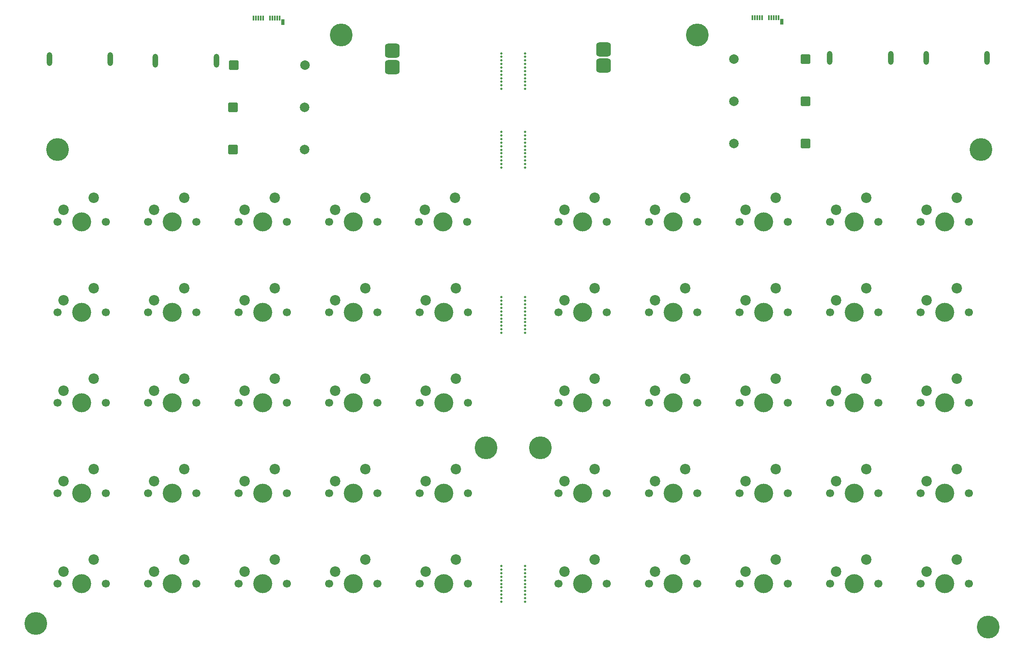
<source format=gbr>
%TF.GenerationSoftware,KiCad,Pcbnew,9.0.2*%
%TF.CreationDate,2025-10-05T12:30:13-05:00*%
%TF.ProjectId,keeb,6b656562-2e6b-4696-9361-645f70636258,rev?*%
%TF.SameCoordinates,Original*%
%TF.FileFunction,Soldermask,Bot*%
%TF.FilePolarity,Negative*%
%FSLAX46Y46*%
G04 Gerber Fmt 4.6, Leading zero omitted, Abs format (unit mm)*
G04 Created by KiCad (PCBNEW 9.0.2) date 2025-10-05 12:30:13*
%MOMM*%
%LPD*%
G01*
G04 APERTURE LIST*
G04 Aperture macros list*
%AMRoundRect*
0 Rectangle with rounded corners*
0 $1 Rounding radius*
0 $2 $3 $4 $5 $6 $7 $8 $9 X,Y pos of 4 corners*
0 Add a 4 corners polygon primitive as box body*
4,1,4,$2,$3,$4,$5,$6,$7,$8,$9,$2,$3,0*
0 Add four circle primitives for the rounded corners*
1,1,$1+$1,$2,$3*
1,1,$1+$1,$4,$5*
1,1,$1+$1,$6,$7*
1,1,$1+$1,$8,$9*
0 Add four rect primitives between the rounded corners*
20,1,$1+$1,$2,$3,$4,$5,0*
20,1,$1+$1,$4,$5,$6,$7,0*
20,1,$1+$1,$6,$7,$8,$9,0*
20,1,$1+$1,$8,$9,$2,$3,0*%
G04 Aperture macros list end*
%ADD10C,1.700000*%
%ADD11C,4.000000*%
%ADD12C,2.200000*%
%ADD13C,4.800000*%
%ADD14O,1.200000X2.900000*%
%ADD15RoundRect,0.250000X0.750000X0.750000X-0.750000X0.750000X-0.750000X-0.750000X0.750000X-0.750000X0*%
%ADD16C,2.000000*%
%ADD17RoundRect,0.250000X-0.750000X-0.750000X0.750000X-0.750000X0.750000X0.750000X-0.750000X0.750000X0*%
%ADD18C,0.500000*%
%ADD19RoundRect,0.775400X0.775400X0.775400X-0.775400X0.775400X-0.775400X-0.775400X0.775400X-0.775400X0*%
%ADD20R,0.380000X1.000000*%
%ADD21R,0.700000X1.150000*%
G04 APERTURE END LIST*
D10*
%TO.C,SW43*%
X224790000Y-91440000D03*
D11*
X229870000Y-91440000D03*
D10*
X234950000Y-91440000D03*
D12*
X232410000Y-86360000D03*
X226060000Y-88900000D03*
%TD*%
D10*
%TO.C,SW17*%
X167640000Y-129540000D03*
D11*
X172720000Y-129540000D03*
D10*
X177800000Y-129540000D03*
D12*
X175260000Y-124460000D03*
X168910000Y-127000000D03*
%TD*%
D10*
%TO.C,SW28*%
X81280000Y-129540000D03*
D11*
X86360000Y-129540000D03*
D10*
X91440000Y-129540000D03*
D12*
X88900000Y-124460000D03*
X82550000Y-127000000D03*
%TD*%
D10*
%TO.C,SW33*%
X205740000Y-91440000D03*
D11*
X210820000Y-91440000D03*
D10*
X215900000Y-91440000D03*
D12*
X213360000Y-86360000D03*
X207010000Y-88900000D03*
%TD*%
D10*
%TO.C,SW46*%
X119380000Y-110490000D03*
D11*
X124460000Y-110490000D03*
D10*
X129540000Y-110490000D03*
D12*
X127000000Y-105410000D03*
X120650000Y-107950000D03*
%TD*%
D10*
%TO.C,SW2*%
X43180000Y-72390000D03*
D11*
X48260000Y-72390000D03*
D10*
X53340000Y-72390000D03*
D12*
X50800000Y-67310000D03*
X44450000Y-69850000D03*
%TD*%
D10*
%TO.C,SW36*%
X100330000Y-110490000D03*
D11*
X105410000Y-110490000D03*
D10*
X110490000Y-110490000D03*
D12*
X107950000Y-105410000D03*
X101600000Y-107950000D03*
%TD*%
D10*
%TO.C,SW13*%
X167640000Y-91440000D03*
D11*
X172720000Y-91440000D03*
D10*
X177800000Y-91440000D03*
D12*
X175260000Y-86360000D03*
X168910000Y-88900000D03*
%TD*%
D13*
%TO.C,H2*%
X102870000Y-33020000D03*
%TD*%
D14*
%TO.C,J2*%
X54300000Y-38100000D03*
X41500000Y-38100000D03*
%TD*%
D13*
%TO.C,H3*%
X237490000Y-57150000D03*
%TD*%
D15*
%TO.C,C3*%
X200540000Y-46990000D03*
D16*
X185540000Y-46990000D03*
%TD*%
D13*
%TO.C,H8*%
X38608000Y-156972000D03*
%TD*%
D10*
%TO.C,SW44*%
X119380000Y-91440000D03*
D11*
X124460000Y-91440000D03*
D10*
X129540000Y-91440000D03*
D12*
X127000000Y-86360000D03*
X120650000Y-88900000D03*
%TD*%
D10*
%TO.C,SW47*%
X224790000Y-129540000D03*
D11*
X229870000Y-129540000D03*
D10*
X234950000Y-129540000D03*
D12*
X232410000Y-124460000D03*
X226060000Y-127000000D03*
%TD*%
D13*
%TO.C,H1*%
X177800000Y-33020000D03*
%TD*%
D10*
%TO.C,SW18*%
X62230000Y-129540000D03*
D11*
X67310000Y-129540000D03*
D10*
X72390000Y-129540000D03*
D12*
X69850000Y-124460000D03*
X63500000Y-127000000D03*
%TD*%
D10*
%TO.C,SW32*%
X100330000Y-72390000D03*
D11*
X105410000Y-72390000D03*
D10*
X110490000Y-72390000D03*
D12*
X107950000Y-67310000D03*
X101600000Y-69850000D03*
%TD*%
D17*
%TO.C,C2*%
X80130000Y-48260000D03*
D16*
X95130000Y-48260000D03*
%TD*%
D10*
%TO.C,SW5*%
X148590000Y-110490000D03*
D11*
X153670000Y-110490000D03*
D10*
X158750000Y-110490000D03*
D12*
X156210000Y-105410000D03*
X149860000Y-107950000D03*
%TD*%
D10*
%TO.C,SW26*%
X81280000Y-110490000D03*
D11*
X86360000Y-110490000D03*
D10*
X91440000Y-110490000D03*
D12*
X88900000Y-105410000D03*
X82550000Y-107950000D03*
%TD*%
D18*
%TO.C,H10*%
X136605000Y-152400000D03*
X141605000Y-152400000D03*
X136605000Y-151650000D03*
X136605000Y-151650000D03*
X141605000Y-151650000D03*
X141605000Y-151650000D03*
X136605000Y-150900000D03*
X141605000Y-150900000D03*
X136605000Y-150150000D03*
X141605000Y-150150000D03*
X136605000Y-149400000D03*
X141605000Y-149400000D03*
X136605000Y-148650000D03*
X141605000Y-148650000D03*
X136605000Y-147900000D03*
X141605000Y-147900000D03*
X136605000Y-147150000D03*
X141605000Y-147150000D03*
X136605000Y-146400000D03*
X141605000Y-146400000D03*
X136605000Y-145650000D03*
X141605000Y-145650000D03*
X136605000Y-144900000D03*
X141605000Y-144900000D03*
%TD*%
D13*
%TO.C,H7*%
X144780000Y-120015000D03*
%TD*%
D10*
%TO.C,SW37*%
X205740000Y-129540000D03*
D11*
X210820000Y-129540000D03*
D10*
X215900000Y-129540000D03*
D12*
X213360000Y-124460000D03*
X207010000Y-127000000D03*
%TD*%
D19*
%TO.C,U1*%
X158115000Y-39448500D03*
X158115000Y-36048500D03*
%TD*%
D10*
%TO.C,SW50*%
X119380000Y-148590000D03*
D11*
X124460000Y-148590000D03*
D10*
X129540000Y-148590000D03*
D12*
X127000000Y-143510000D03*
X120650000Y-146050000D03*
%TD*%
D13*
%TO.C,H5*%
X239014000Y-157734000D03*
%TD*%
D10*
%TO.C,SW20*%
X62230000Y-148590000D03*
D11*
X67310000Y-148590000D03*
D10*
X72390000Y-148590000D03*
D12*
X69850000Y-143510000D03*
X63500000Y-146050000D03*
%TD*%
D10*
%TO.C,SW3*%
X148590000Y-91440000D03*
D11*
X153670000Y-91440000D03*
D10*
X158750000Y-91440000D03*
D12*
X156210000Y-86360000D03*
X149860000Y-88900000D03*
%TD*%
D15*
%TO.C,C5*%
X200540000Y-55880000D03*
D16*
X185540000Y-55880000D03*
%TD*%
D10*
%TO.C,SW31*%
X205740000Y-72390000D03*
D11*
X210820000Y-72390000D03*
D10*
X215900000Y-72390000D03*
D12*
X213360000Y-67310000D03*
X207010000Y-69850000D03*
%TD*%
D10*
%TO.C,SW11*%
X167640000Y-72390000D03*
D11*
X172720000Y-72390000D03*
D10*
X177800000Y-72390000D03*
D12*
X175260000Y-67310000D03*
X168910000Y-69850000D03*
%TD*%
D10*
%TO.C,SW38*%
X100330000Y-129540000D03*
D11*
X105410000Y-129540000D03*
D10*
X110490000Y-129540000D03*
D12*
X107950000Y-124460000D03*
X101600000Y-127000000D03*
%TD*%
D15*
%TO.C,C1*%
X200540000Y-38100000D03*
D16*
X185540000Y-38100000D03*
%TD*%
D10*
%TO.C,SW35*%
X205740000Y-110490000D03*
D11*
X210820000Y-110490000D03*
D10*
X215900000Y-110490000D03*
D12*
X213360000Y-105410000D03*
X207010000Y-107950000D03*
%TD*%
D19*
%TO.C,U2*%
X113610000Y-39770000D03*
X113610000Y-36370000D03*
%TD*%
D18*
%TO.C,H12*%
X136605000Y-44390000D03*
X141605000Y-44390000D03*
X136605000Y-43640000D03*
X136605000Y-43640000D03*
X141605000Y-43640000D03*
X141605000Y-43640000D03*
X136605000Y-42890000D03*
X141605000Y-42890000D03*
X136605000Y-42140000D03*
X141605000Y-42140000D03*
X136605000Y-41390000D03*
X141605000Y-41390000D03*
X136605000Y-40640000D03*
X141605000Y-40640000D03*
X136605000Y-39890000D03*
X141605000Y-39890000D03*
X136605000Y-39140000D03*
X141605000Y-39140000D03*
X136605000Y-38390000D03*
X141605000Y-38390000D03*
X136605000Y-37640000D03*
X141605000Y-37640000D03*
X136605000Y-36890000D03*
X141605000Y-36890000D03*
%TD*%
D10*
%TO.C,SW10*%
X43180000Y-148590000D03*
D11*
X48260000Y-148590000D03*
D10*
X53340000Y-148590000D03*
D12*
X50800000Y-143510000D03*
X44450000Y-146050000D03*
%TD*%
D10*
%TO.C,SW4*%
X43180000Y-91440000D03*
D11*
X48260000Y-91440000D03*
D10*
X53340000Y-91440000D03*
D12*
X50800000Y-86360000D03*
X44450000Y-88900000D03*
%TD*%
D10*
%TO.C,SW48*%
X119380000Y-129540000D03*
D11*
X124460000Y-129540000D03*
D10*
X129540000Y-129540000D03*
D12*
X127000000Y-124460000D03*
X120650000Y-127000000D03*
%TD*%
D13*
%TO.C,H6*%
X133350000Y-120015000D03*
%TD*%
D10*
%TO.C,SW9*%
X148590000Y-148590000D03*
D11*
X153670000Y-148590000D03*
D10*
X158750000Y-148590000D03*
D12*
X156210000Y-143510000D03*
X149860000Y-146050000D03*
%TD*%
D10*
%TO.C,SW29*%
X186690000Y-148590000D03*
D11*
X191770000Y-148590000D03*
D10*
X196850000Y-148590000D03*
D12*
X194310000Y-143510000D03*
X187960000Y-146050000D03*
%TD*%
D17*
%TO.C,C4*%
X80250000Y-39370000D03*
D16*
X95250000Y-39370000D03*
%TD*%
D10*
%TO.C,SW27*%
X186690000Y-129540000D03*
D11*
X191770000Y-129540000D03*
D10*
X196850000Y-129540000D03*
D12*
X194310000Y-124460000D03*
X187960000Y-127000000D03*
%TD*%
D20*
%TO.C,P2*%
X89908000Y-29464000D03*
X89408000Y-29464000D03*
X88908000Y-29464000D03*
X88408000Y-29464000D03*
X87908000Y-29464000D03*
X86408000Y-29464000D03*
X85908000Y-29464000D03*
X85408000Y-29464000D03*
X84908000Y-29464000D03*
X84408000Y-29464000D03*
D21*
X90578000Y-30304000D03*
%TD*%
D10*
%TO.C,SW8*%
X43180000Y-129540000D03*
D11*
X48260000Y-129540000D03*
D10*
X53340000Y-129540000D03*
D12*
X50800000Y-124460000D03*
X44450000Y-127000000D03*
%TD*%
D10*
%TO.C,SW39*%
X205740000Y-148590000D03*
D11*
X210820000Y-148590000D03*
D10*
X215900000Y-148590000D03*
D12*
X213360000Y-143510000D03*
X207010000Y-146050000D03*
%TD*%
D10*
%TO.C,SW24*%
X81280000Y-91440000D03*
D11*
X86360000Y-91440000D03*
D10*
X91440000Y-91440000D03*
D12*
X88900000Y-86360000D03*
X82550000Y-88900000D03*
%TD*%
D14*
%TO.C,J3*%
X218490000Y-37840000D03*
X205690000Y-37840000D03*
%TD*%
D10*
%TO.C,SW30*%
X81280000Y-148590000D03*
D11*
X86360000Y-148590000D03*
D10*
X91440000Y-148590000D03*
D12*
X88900000Y-143510000D03*
X82550000Y-146050000D03*
%TD*%
D10*
%TO.C,SW34*%
X100330000Y-91440000D03*
D11*
X105410000Y-91440000D03*
D10*
X110490000Y-91440000D03*
D12*
X107950000Y-86360000D03*
X101600000Y-88900000D03*
%TD*%
D10*
%TO.C,SW49*%
X224790000Y-148590000D03*
D11*
X229870000Y-148590000D03*
D10*
X234950000Y-148590000D03*
D12*
X232410000Y-143510000D03*
X226060000Y-146050000D03*
%TD*%
D10*
%TO.C,SW40*%
X100330000Y-148590000D03*
D11*
X105410000Y-148590000D03*
D10*
X110490000Y-148590000D03*
D12*
X107950000Y-143510000D03*
X101600000Y-146050000D03*
%TD*%
D10*
%TO.C,SW21*%
X186690000Y-72390000D03*
D11*
X191770000Y-72390000D03*
D10*
X196850000Y-72390000D03*
D12*
X194310000Y-67310000D03*
X187960000Y-69850000D03*
%TD*%
D13*
%TO.C,H4*%
X43180000Y-57150000D03*
%TD*%
D10*
%TO.C,SW19*%
X167640000Y-148590000D03*
D11*
X172720000Y-148590000D03*
D10*
X177800000Y-148590000D03*
D12*
X175260000Y-143510000D03*
X168910000Y-146050000D03*
%TD*%
D18*
%TO.C,H9*%
X136605000Y-95765000D03*
X141605000Y-95765000D03*
X136605000Y-95015000D03*
X136605000Y-95015000D03*
X141605000Y-95015000D03*
X141605000Y-95015000D03*
X136605000Y-94265000D03*
X141605000Y-94265000D03*
X136605000Y-93515000D03*
X141605000Y-93515000D03*
X136605000Y-92765000D03*
X141605000Y-92765000D03*
X136605000Y-92015000D03*
X141605000Y-92015000D03*
X136605000Y-91265000D03*
X141605000Y-91265000D03*
X136605000Y-90515000D03*
X141605000Y-90515000D03*
X136605000Y-89765000D03*
X141605000Y-89765000D03*
X136605000Y-89015000D03*
X141605000Y-89015000D03*
X136605000Y-88265000D03*
X141605000Y-88265000D03*
%TD*%
D14*
%TO.C,J1*%
X238760000Y-37840000D03*
X225960000Y-37840000D03*
%TD*%
D10*
%TO.C,SW41*%
X224790000Y-72390000D03*
D11*
X229870000Y-72390000D03*
D10*
X234950000Y-72390000D03*
D12*
X232410000Y-67310000D03*
X226060000Y-69850000D03*
%TD*%
D10*
%TO.C,SW42*%
X119230000Y-72390000D03*
D11*
X124310000Y-72390000D03*
D10*
X129390000Y-72390000D03*
D12*
X126850000Y-67310000D03*
X120500000Y-69850000D03*
%TD*%
D10*
%TO.C,SW7*%
X148590000Y-129540000D03*
D11*
X153670000Y-129540000D03*
D10*
X158750000Y-129540000D03*
D12*
X156210000Y-124460000D03*
X149860000Y-127000000D03*
%TD*%
D10*
%TO.C,SW22*%
X81280000Y-72390000D03*
D11*
X86360000Y-72390000D03*
D10*
X91440000Y-72390000D03*
D12*
X88900000Y-67310000D03*
X82550000Y-69850000D03*
%TD*%
D17*
%TO.C,C6*%
X80130000Y-57150000D03*
D16*
X95130000Y-57150000D03*
%TD*%
D18*
%TO.C,H14*%
X136605000Y-60960000D03*
X141605000Y-60960000D03*
X136605000Y-60210000D03*
X136605000Y-60210000D03*
X141605000Y-60210000D03*
X141605000Y-60210000D03*
X136605000Y-59460000D03*
X141605000Y-59460000D03*
X136605000Y-58710000D03*
X141605000Y-58710000D03*
X136605000Y-57960000D03*
X141605000Y-57960000D03*
X136605000Y-57210000D03*
X141605000Y-57210000D03*
X136605000Y-56460000D03*
X141605000Y-56460000D03*
X136605000Y-55710000D03*
X141605000Y-55710000D03*
X136605000Y-54960000D03*
X141605000Y-54960000D03*
X136605000Y-54210000D03*
X141605000Y-54210000D03*
X136605000Y-53460000D03*
X141605000Y-53460000D03*
%TD*%
D10*
%TO.C,SW12*%
X62230000Y-72390000D03*
D11*
X67310000Y-72390000D03*
D10*
X72390000Y-72390000D03*
D12*
X69850000Y-67310000D03*
X63500000Y-69850000D03*
%TD*%
D14*
%TO.C,J4*%
X76600000Y-38475000D03*
X63800000Y-38475000D03*
%TD*%
D10*
%TO.C,SW14*%
X62230000Y-91440000D03*
D11*
X67310000Y-91440000D03*
D10*
X72390000Y-91440000D03*
D12*
X69850000Y-86360000D03*
X63500000Y-88900000D03*
%TD*%
D20*
%TO.C,P1*%
X194910000Y-29390000D03*
X194410000Y-29390000D03*
X193910000Y-29390000D03*
X193410000Y-29390000D03*
X192910000Y-29390000D03*
X191410000Y-29390000D03*
X190910000Y-29390000D03*
X190410000Y-29390000D03*
X189910000Y-29390000D03*
X189410000Y-29390000D03*
D21*
X195580000Y-30230000D03*
%TD*%
D10*
%TO.C,SW23*%
X186690000Y-91440000D03*
D11*
X191770000Y-91440000D03*
D10*
X196850000Y-91440000D03*
D12*
X194310000Y-86360000D03*
X187960000Y-88900000D03*
%TD*%
D10*
%TO.C,SW16*%
X62230000Y-110490000D03*
D11*
X67310000Y-110490000D03*
D10*
X72390000Y-110490000D03*
D12*
X69850000Y-105410000D03*
X63500000Y-107950000D03*
%TD*%
D10*
%TO.C,SW6*%
X43180000Y-110490000D03*
D11*
X48260000Y-110490000D03*
D10*
X53340000Y-110490000D03*
D12*
X50800000Y-105410000D03*
X44450000Y-107950000D03*
%TD*%
D10*
%TO.C,SW15*%
X167640000Y-110490000D03*
D11*
X172720000Y-110490000D03*
D10*
X177800000Y-110490000D03*
D12*
X175260000Y-105410000D03*
X168910000Y-107950000D03*
%TD*%
D10*
%TO.C,SW1*%
X148590000Y-72390000D03*
D11*
X153670000Y-72390000D03*
D10*
X158750000Y-72390000D03*
D12*
X156210000Y-67310000D03*
X149860000Y-69850000D03*
%TD*%
D10*
%TO.C,SW45*%
X224790000Y-110490000D03*
D11*
X229870000Y-110490000D03*
D10*
X234950000Y-110490000D03*
D12*
X232410000Y-105410000D03*
X226060000Y-107950000D03*
%TD*%
D10*
%TO.C,SW25*%
X186690000Y-110490000D03*
D11*
X191770000Y-110490000D03*
D10*
X196850000Y-110490000D03*
D12*
X194310000Y-105410000D03*
X187960000Y-107950000D03*
%TD*%
M02*

</source>
